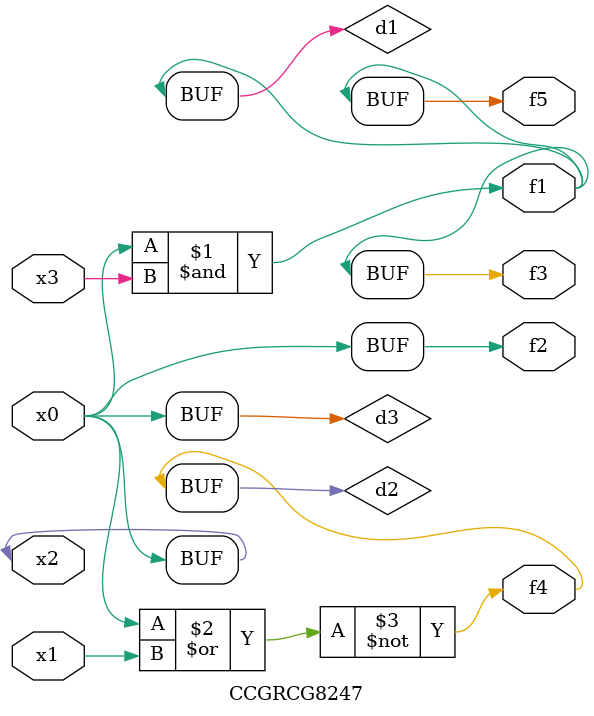
<source format=v>
module CCGRCG8247(
	input x0, x1, x2, x3,
	output f1, f2, f3, f4, f5
);

	wire d1, d2, d3;

	and (d1, x2, x3);
	nor (d2, x0, x1);
	buf (d3, x0, x2);
	assign f1 = d1;
	assign f2 = d3;
	assign f3 = d1;
	assign f4 = d2;
	assign f5 = d1;
endmodule

</source>
